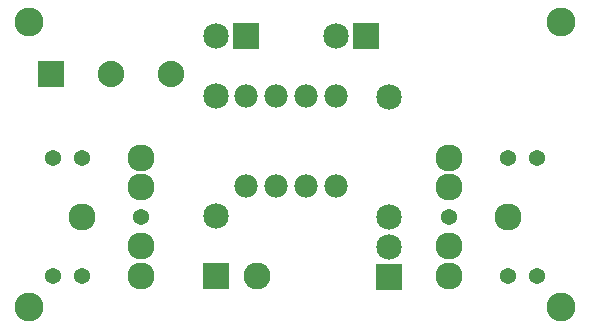
<source format=gbs>
G04 MADE WITH FRITZING*
G04 WWW.FRITZING.ORG*
G04 DOUBLE SIDED*
G04 HOLES PLATED*
G04 CONTOUR ON CENTER OF CONTOUR VECTOR*
%ASAXBY*%
%FSLAX23Y23*%
%MOIN*%
%OFA0B0*%
%SFA1.0B1.0*%
%ADD10C,0.096614*%
%ADD11C,0.078000*%
%ADD12C,0.090350*%
%ADD13C,0.054000*%
%ADD14C,0.090000*%
%ADD15C,0.085000*%
%ADD16C,0.088000*%
%ADD17R,0.090000X0.090000*%
%ADD18R,0.085000X0.085000*%
%ADD19R,0.088000X0.088000*%
%LNMASK0*%
G90*
G70*
G54D10*
X90Y83D03*
X90Y1033D03*
X1865Y83D03*
G54D11*
X815Y484D03*
X915Y484D03*
X1015Y484D03*
X1115Y484D03*
X1115Y784D03*
X1015Y784D03*
X915Y784D03*
X815Y784D03*
G54D12*
X1687Y382D03*
X1490Y185D03*
X1490Y284D03*
X1490Y481D03*
X1490Y579D03*
G54D13*
X1687Y185D03*
X1785Y185D03*
X1785Y579D03*
X1687Y579D03*
X1490Y382D03*
G54D14*
X715Y184D03*
X853Y184D03*
G54D15*
X1290Y383D03*
X1290Y783D03*
X1290Y183D03*
X1290Y283D03*
G54D16*
X165Y858D03*
X365Y858D03*
X565Y858D03*
G54D15*
X715Y384D03*
X715Y784D03*
X815Y984D03*
X715Y984D03*
X1215Y984D03*
X1115Y984D03*
G54D12*
X268Y382D03*
X465Y579D03*
X465Y481D03*
X465Y284D03*
X465Y185D03*
G54D13*
X268Y579D03*
X170Y579D03*
X170Y185D03*
X268Y185D03*
X465Y382D03*
G54D10*
X1865Y1033D03*
G54D17*
X715Y184D03*
G54D18*
X1290Y183D03*
G54D19*
X165Y858D03*
G54D18*
X815Y984D03*
X1215Y984D03*
G04 End of Mask0*
M02*
</source>
